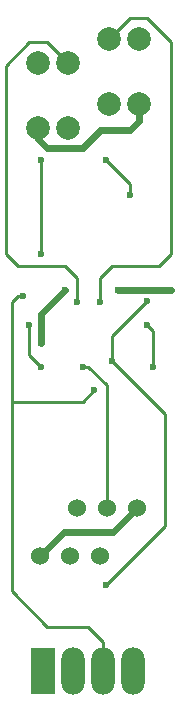
<source format=gbl>
G04 #@! TF.FileFunction,Copper,L2,Bot,Signal*
%FSLAX46Y46*%
G04 Gerber Fmt 4.6, Leading zero omitted, Abs format (unit mm)*
G04 Created by KiCad (PCBNEW 4.0.4-stable) date 03/22/17 00:01:14*
%MOMM*%
%LPD*%
G01*
G04 APERTURE LIST*
%ADD10C,0.100000*%
%ADD11R,2.000000X4.000000*%
%ADD12O,2.000000X4.000000*%
%ADD13C,1.524000*%
%ADD14C,2.000000*%
%ADD15C,0.600000*%
%ADD16C,0.600000*%
%ADD17C,0.250000*%
G04 APERTURE END LIST*
D10*
D11*
X123190000Y-177800000D03*
D12*
X125730000Y-177800000D03*
X128270000Y-177800000D03*
X130810000Y-177800000D03*
D13*
X125460000Y-168000000D03*
X122920000Y-168000000D03*
X128000000Y-168000000D03*
X128540000Y-164000000D03*
X131080000Y-164000000D03*
X126000000Y-164000000D03*
D14*
X128730000Y-124250000D03*
X131270000Y-124250000D03*
X131270000Y-129750000D03*
X128730000Y-129750000D03*
X125270000Y-126250000D03*
X122730000Y-126250000D03*
X122730000Y-131750000D03*
X125270000Y-131750000D03*
D15*
X123000000Y-150000000D03*
X125000000Y-145500000D03*
X134000000Y-145500000D03*
X129500000Y-145500000D03*
X130500000Y-137500000D03*
X128500000Y-134500000D03*
X123000000Y-142500000D03*
X123000000Y-134500000D03*
X132500000Y-152000000D03*
X132000000Y-148500000D03*
X122000000Y-148500000D03*
X123000000Y-152000000D03*
X128500000Y-170500000D03*
X129000000Y-151500000D03*
X132000000Y-146400000D03*
X127500000Y-154000000D03*
X121500000Y-146000000D03*
X128000000Y-146500000D03*
X126000000Y-146500000D03*
X126500000Y-152000000D03*
D16*
X123000000Y-147500000D02*
X123000000Y-150000000D01*
X125000000Y-145500000D02*
X123000000Y-147500000D01*
X129500000Y-145500000D02*
X134000000Y-145500000D01*
X123500000Y-133500000D02*
X122730000Y-132730000D01*
X122730000Y-132730000D02*
X122730000Y-131750000D01*
X131270000Y-129750000D02*
X131270000Y-131230000D01*
X130500000Y-132000000D02*
X128000000Y-132000000D01*
X131270000Y-131230000D02*
X130500000Y-132000000D01*
X128000000Y-132000000D02*
X126500000Y-133500000D01*
X126500000Y-133500000D02*
X123500000Y-133500000D01*
X131080000Y-164000000D02*
X129080000Y-166000000D01*
X124920000Y-166000000D02*
X122920000Y-168000000D01*
X129080000Y-166000000D02*
X124920000Y-166000000D01*
D17*
X130500000Y-136500000D02*
X130500000Y-137500000D01*
X128500000Y-134500000D02*
X130500000Y-136500000D01*
X123000000Y-134500000D02*
X123000000Y-142500000D01*
X132500000Y-149000000D02*
X132500000Y-152000000D01*
X132000000Y-148500000D02*
X132500000Y-149000000D01*
X122000000Y-151000000D02*
X123000000Y-152000000D01*
X122000000Y-148500000D02*
X122000000Y-151000000D01*
X133500000Y-156000000D02*
X133500000Y-165500000D01*
X129000000Y-151500000D02*
X133500000Y-156000000D01*
X133500000Y-165500000D02*
X128500000Y-170500000D01*
X129000000Y-149400000D02*
X129000000Y-151500000D01*
X132000000Y-146400000D02*
X129000000Y-149400000D01*
X128270000Y-175270000D02*
X128270000Y-177800000D01*
X120500000Y-155000000D02*
X120500000Y-171000000D01*
X120500000Y-171000000D02*
X123500000Y-174000000D01*
X123500000Y-174000000D02*
X127000000Y-174000000D01*
X127000000Y-174000000D02*
X128270000Y-175270000D01*
X120500000Y-155000000D02*
X126500000Y-155000000D01*
X126500000Y-155000000D02*
X127500000Y-154000000D01*
X120500000Y-146500000D02*
X120500000Y-155000000D01*
X121000000Y-146000000D02*
X120500000Y-146500000D01*
X121500000Y-146000000D02*
X121000000Y-146000000D01*
X128000000Y-144500000D02*
X128000000Y-146500000D01*
X128730000Y-124250000D02*
X128750000Y-124250000D01*
X128730000Y-124250000D02*
X128750000Y-124250000D01*
X129000000Y-143500000D02*
X128000000Y-144500000D01*
X133000000Y-143500000D02*
X129000000Y-143500000D01*
X134000000Y-142500000D02*
X133000000Y-143500000D01*
X134000000Y-124500000D02*
X134000000Y-142500000D01*
X132000000Y-122500000D02*
X134000000Y-124500000D01*
X130500000Y-122500000D02*
X132000000Y-122500000D01*
X128750000Y-124250000D02*
X130500000Y-122500000D01*
X121500000Y-143500000D02*
X121000000Y-143500000D01*
X121500000Y-143500000D02*
X121000000Y-143500000D01*
X122000000Y-124500000D02*
X120000000Y-126500000D01*
X121000000Y-143500000D02*
X120000000Y-142500000D01*
X121500000Y-143500000D02*
X121000000Y-143500000D01*
X121500000Y-143500000D02*
X121000000Y-143500000D01*
X125270000Y-126250000D02*
X123520000Y-124500000D01*
X123520000Y-124500000D02*
X122000000Y-124500000D01*
X120000000Y-126500000D02*
X120000000Y-142500000D01*
X121500000Y-143500000D02*
X125000000Y-143500000D01*
X126000000Y-144500000D02*
X126000000Y-146500000D01*
X125000000Y-143500000D02*
X126000000Y-144500000D01*
X128540000Y-153540000D02*
X128540000Y-164000000D01*
X127000000Y-152000000D02*
X128540000Y-153540000D01*
X126500000Y-152000000D02*
X127000000Y-152000000D01*
M02*

</source>
